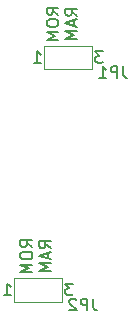
<source format=gbr>
G04 #@! TF.GenerationSoftware,KiCad,Pcbnew,(5.1.8)-1*
G04 #@! TF.CreationDate,2024-07-26T23:06:46+03:00*
G04 #@! TF.ProjectId,RAM,52414d2e-6b69-4636-9164-5f7063625858,rev?*
G04 #@! TF.SameCoordinates,PXc1c960PYc1c960*
G04 #@! TF.FileFunction,Legend,Bot*
G04 #@! TF.FilePolarity,Positive*
%FSLAX46Y46*%
G04 Gerber Fmt 4.6, Leading zero omitted, Abs format (unit mm)*
G04 Created by KiCad (PCBNEW (5.1.8)-1) date 2024-07-26 23:06:46*
%MOMM*%
%LPD*%
G01*
G04 APERTURE LIST*
%ADD10C,0.150000*%
%ADD11C,0.120000*%
G04 APERTURE END LIST*
D10*
X48394880Y-28202023D02*
X47918690Y-27868690D01*
X48394880Y-27630595D02*
X47394880Y-27630595D01*
X47394880Y-28011547D01*
X47442500Y-28106785D01*
X47490119Y-28154404D01*
X47585357Y-28202023D01*
X47728214Y-28202023D01*
X47823452Y-28154404D01*
X47871071Y-28106785D01*
X47918690Y-28011547D01*
X47918690Y-27630595D01*
X48109166Y-28582976D02*
X48109166Y-29059166D01*
X48394880Y-28487738D02*
X47394880Y-28821071D01*
X48394880Y-29154404D01*
X48394880Y-29487738D02*
X47394880Y-29487738D01*
X48109166Y-29821071D01*
X47394880Y-30154404D01*
X48394880Y-30154404D01*
X46172380Y-47887023D02*
X45696190Y-47553690D01*
X46172380Y-47315595D02*
X45172380Y-47315595D01*
X45172380Y-47696547D01*
X45220000Y-47791785D01*
X45267619Y-47839404D01*
X45362857Y-47887023D01*
X45505714Y-47887023D01*
X45600952Y-47839404D01*
X45648571Y-47791785D01*
X45696190Y-47696547D01*
X45696190Y-47315595D01*
X45886666Y-48267976D02*
X45886666Y-48744166D01*
X46172380Y-48172738D02*
X45172380Y-48506071D01*
X46172380Y-48839404D01*
X46172380Y-49172738D02*
X45172380Y-49172738D01*
X45886666Y-49506071D01*
X45172380Y-49839404D01*
X46172380Y-49839404D01*
X46807380Y-28106785D02*
X46331190Y-27773452D01*
X46807380Y-27535357D02*
X45807380Y-27535357D01*
X45807380Y-27916309D01*
X45855000Y-28011547D01*
X45902619Y-28059166D01*
X45997857Y-28106785D01*
X46140714Y-28106785D01*
X46235952Y-28059166D01*
X46283571Y-28011547D01*
X46331190Y-27916309D01*
X46331190Y-27535357D01*
X45807380Y-28725833D02*
X45807380Y-28916309D01*
X45855000Y-29011547D01*
X45950238Y-29106785D01*
X46140714Y-29154404D01*
X46474047Y-29154404D01*
X46664523Y-29106785D01*
X46759761Y-29011547D01*
X46807380Y-28916309D01*
X46807380Y-28725833D01*
X46759761Y-28630595D01*
X46664523Y-28535357D01*
X46474047Y-28487738D01*
X46140714Y-28487738D01*
X45950238Y-28535357D01*
X45855000Y-28630595D01*
X45807380Y-28725833D01*
X46807380Y-29582976D02*
X45807380Y-29582976D01*
X46521666Y-29916309D01*
X45807380Y-30249642D01*
X46807380Y-30249642D01*
X44584880Y-47791785D02*
X44108690Y-47458452D01*
X44584880Y-47220357D02*
X43584880Y-47220357D01*
X43584880Y-47601309D01*
X43632500Y-47696547D01*
X43680119Y-47744166D01*
X43775357Y-47791785D01*
X43918214Y-47791785D01*
X44013452Y-47744166D01*
X44061071Y-47696547D01*
X44108690Y-47601309D01*
X44108690Y-47220357D01*
X43584880Y-48410833D02*
X43584880Y-48601309D01*
X43632500Y-48696547D01*
X43727738Y-48791785D01*
X43918214Y-48839404D01*
X44251547Y-48839404D01*
X44442023Y-48791785D01*
X44537261Y-48696547D01*
X44584880Y-48601309D01*
X44584880Y-48410833D01*
X44537261Y-48315595D01*
X44442023Y-48220357D01*
X44251547Y-48172738D01*
X43918214Y-48172738D01*
X43727738Y-48220357D01*
X43632500Y-48315595D01*
X43584880Y-48410833D01*
X44584880Y-49267976D02*
X43584880Y-49267976D01*
X44299166Y-49601309D01*
X43584880Y-49934642D01*
X44584880Y-49934642D01*
D11*
X43035000Y-50435000D02*
X43035000Y-52435000D01*
X47135000Y-50435000D02*
X43035000Y-50435000D01*
X47135000Y-52435000D02*
X47135000Y-50435000D01*
X43035000Y-52435000D02*
X47135000Y-52435000D01*
X45575000Y-30750000D02*
X45575000Y-32750000D01*
X49675000Y-30750000D02*
X45575000Y-30750000D01*
X49675000Y-32750000D02*
X49675000Y-30750000D01*
X45575000Y-32750000D02*
X49675000Y-32750000D01*
D10*
X49728333Y-52157380D02*
X49728333Y-52871666D01*
X49775952Y-53014523D01*
X49871190Y-53109761D01*
X50014047Y-53157380D01*
X50109285Y-53157380D01*
X49252142Y-53157380D02*
X49252142Y-52157380D01*
X48871190Y-52157380D01*
X48775952Y-52205000D01*
X48728333Y-52252619D01*
X48680714Y-52347857D01*
X48680714Y-52490714D01*
X48728333Y-52585952D01*
X48775952Y-52633571D01*
X48871190Y-52681190D01*
X49252142Y-52681190D01*
X48299761Y-52252619D02*
X48252142Y-52205000D01*
X48156904Y-52157380D01*
X47918809Y-52157380D01*
X47823571Y-52205000D01*
X47775952Y-52252619D01*
X47728333Y-52347857D01*
X47728333Y-52443095D01*
X47775952Y-52585952D01*
X48347380Y-53157380D01*
X47728333Y-53157380D01*
X42199285Y-51887380D02*
X42770714Y-51887380D01*
X42485000Y-51887380D02*
X42485000Y-50887380D01*
X42580238Y-51030238D01*
X42675476Y-51125476D01*
X42770714Y-51173095D01*
X48018333Y-50887380D02*
X47399285Y-50887380D01*
X47732619Y-51268333D01*
X47589761Y-51268333D01*
X47494523Y-51315952D01*
X47446904Y-51363571D01*
X47399285Y-51458809D01*
X47399285Y-51696904D01*
X47446904Y-51792142D01*
X47494523Y-51839761D01*
X47589761Y-51887380D01*
X47875476Y-51887380D01*
X47970714Y-51839761D01*
X48018333Y-51792142D01*
X52268333Y-32472380D02*
X52268333Y-33186666D01*
X52315952Y-33329523D01*
X52411190Y-33424761D01*
X52554047Y-33472380D01*
X52649285Y-33472380D01*
X51792142Y-33472380D02*
X51792142Y-32472380D01*
X51411190Y-32472380D01*
X51315952Y-32520000D01*
X51268333Y-32567619D01*
X51220714Y-32662857D01*
X51220714Y-32805714D01*
X51268333Y-32900952D01*
X51315952Y-32948571D01*
X51411190Y-32996190D01*
X51792142Y-32996190D01*
X50268333Y-33472380D02*
X50839761Y-33472380D01*
X50554047Y-33472380D02*
X50554047Y-32472380D01*
X50649285Y-32615238D01*
X50744523Y-32710476D01*
X50839761Y-32758095D01*
X44739285Y-32202380D02*
X45310714Y-32202380D01*
X45025000Y-32202380D02*
X45025000Y-31202380D01*
X45120238Y-31345238D01*
X45215476Y-31440476D01*
X45310714Y-31488095D01*
X50558333Y-31202380D02*
X49939285Y-31202380D01*
X50272619Y-31583333D01*
X50129761Y-31583333D01*
X50034523Y-31630952D01*
X49986904Y-31678571D01*
X49939285Y-31773809D01*
X49939285Y-32011904D01*
X49986904Y-32107142D01*
X50034523Y-32154761D01*
X50129761Y-32202380D01*
X50415476Y-32202380D01*
X50510714Y-32154761D01*
X50558333Y-32107142D01*
M02*

</source>
